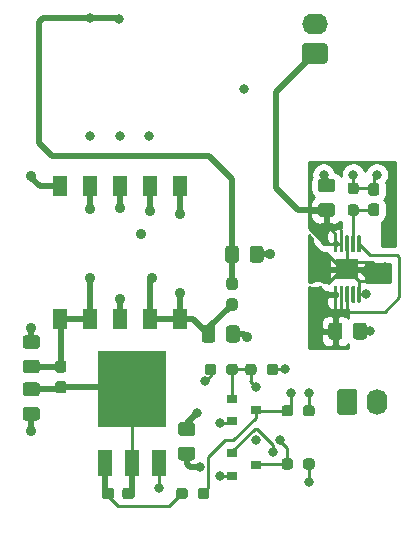
<source format=gbr>
%TF.GenerationSoftware,KiCad,Pcbnew,5.1.10-8.fc35*%
%TF.CreationDate,2021-11-18T10:19:23+00:00*%
%TF.ProjectId,cryosub_power_converter_top_v02,6372796f-7375-4625-9f70-6f7765725f63,rev?*%
%TF.SameCoordinates,Original*%
%TF.FileFunction,Copper,L1,Top*%
%TF.FilePolarity,Positive*%
%FSLAX45Y45*%
G04 Gerber Fmt 4.5, Leading zero omitted, Abs format (unit mm)*
G04 Created by KiCad (PCBNEW 5.1.10-8.fc35) date 2021-11-18 10:19:23*
%MOMM*%
%LPD*%
G01*
G04 APERTURE LIST*
%TA.AperFunction,ComponentPad*%
%ADD10O,1.740000X2.190000*%
%TD*%
%TA.AperFunction,SMDPad,CuDef*%
%ADD11R,1.200000X1.800000*%
%TD*%
%TA.AperFunction,ComponentPad*%
%ADD12O,2.190000X1.740000*%
%TD*%
%TA.AperFunction,SMDPad,CuDef*%
%ADD13R,0.900000X0.800000*%
%TD*%
%TA.AperFunction,SMDPad,CuDef*%
%ADD14R,1.200000X2.200000*%
%TD*%
%TA.AperFunction,SMDPad,CuDef*%
%ADD15R,5.800000X6.400000*%
%TD*%
%TA.AperFunction,SMDPad,CuDef*%
%ADD16R,1.880000X1.680000*%
%TD*%
%TA.AperFunction,ViaPad*%
%ADD17C,0.800000*%
%TD*%
%TA.AperFunction,ViaPad*%
%ADD18C,0.900000*%
%TD*%
%TA.AperFunction,Conductor*%
%ADD19C,0.250000*%
%TD*%
%TA.AperFunction,Conductor*%
%ADD20C,0.500000*%
%TD*%
%TA.AperFunction,Conductor*%
%ADD21C,0.254000*%
%TD*%
%TA.AperFunction,Conductor*%
%ADD22C,0.100000*%
%TD*%
G04 APERTURE END LIST*
D10*
%TO.P,J1,2*%
%TO.N,GND*%
X13129000Y-13550000D03*
%TO.P,J1,1*%
%TO.N,VDC*%
%TA.AperFunction,ComponentPad*%
G36*
G01*
X12788000Y-13634500D02*
X12788000Y-13465500D01*
G75*
G02*
X12813000Y-13440500I25000J0D01*
G01*
X12937000Y-13440500D01*
G75*
G02*
X12962000Y-13465500I0J-25000D01*
G01*
X12962000Y-13634500D01*
G75*
G02*
X12937000Y-13659500I-25000J0D01*
G01*
X12813000Y-13659500D01*
G75*
G02*
X12788000Y-13634500I0J25000D01*
G01*
G37*
%TD.AperFunction*%
%TD*%
%TO.P,L2,2*%
%TO.N,Net-(C8-Pad1)*%
%TA.AperFunction,SMDPad,CuDef*%
G36*
G01*
X11876250Y-12672500D02*
X11923750Y-12672500D01*
G75*
G02*
X11947500Y-12696250I0J-23750D01*
G01*
X11947500Y-12753750D01*
G75*
G02*
X11923750Y-12777500I-23750J0D01*
G01*
X11876250Y-12777500D01*
G75*
G02*
X11852500Y-12753750I0J23750D01*
G01*
X11852500Y-12696250D01*
G75*
G02*
X11876250Y-12672500I23750J0D01*
G01*
G37*
%TD.AperFunction*%
%TO.P,L2,1*%
%TO.N,/dc_dc/vout*%
%TA.AperFunction,SMDPad,CuDef*%
G36*
G01*
X11876250Y-12497500D02*
X11923750Y-12497500D01*
G75*
G02*
X11947500Y-12521250I0J-23750D01*
G01*
X11947500Y-12578750D01*
G75*
G02*
X11923750Y-12602500I-23750J0D01*
G01*
X11876250Y-12602500D01*
G75*
G02*
X11852500Y-12578750I0J23750D01*
G01*
X11852500Y-12521250D01*
G75*
G02*
X11876250Y-12497500I23750J0D01*
G01*
G37*
%TD.AperFunction*%
%TD*%
%TO.P,L1,2*%
%TO.N,/vload*%
%TA.AperFunction,SMDPad,CuDef*%
G36*
G01*
X10426250Y-13372500D02*
X10473750Y-13372500D01*
G75*
G02*
X10497500Y-13396250I0J-23750D01*
G01*
X10497500Y-13453750D01*
G75*
G02*
X10473750Y-13477500I-23750J0D01*
G01*
X10426250Y-13477500D01*
G75*
G02*
X10402500Y-13453750I0J23750D01*
G01*
X10402500Y-13396250D01*
G75*
G02*
X10426250Y-13372500I23750J0D01*
G01*
G37*
%TD.AperFunction*%
%TO.P,L1,1*%
%TO.N,Net-(C7-Pad1)*%
%TA.AperFunction,SMDPad,CuDef*%
G36*
G01*
X10426250Y-13197500D02*
X10473750Y-13197500D01*
G75*
G02*
X10497500Y-13221250I0J-23750D01*
G01*
X10497500Y-13278750D01*
G75*
G02*
X10473750Y-13302500I-23750J0D01*
G01*
X10426250Y-13302500D01*
G75*
G02*
X10402500Y-13278750I0J23750D01*
G01*
X10402500Y-13221250D01*
G75*
G02*
X10426250Y-13197500I23750J0D01*
G01*
G37*
%TD.AperFunction*%
%TD*%
%TO.P,C9,2*%
%TO.N,GND*%
%TA.AperFunction,SMDPad,CuDef*%
G36*
G01*
X12048750Y-12347500D02*
X12048750Y-12252500D01*
G75*
G02*
X12073750Y-12227500I25000J0D01*
G01*
X12141250Y-12227500D01*
G75*
G02*
X12166250Y-12252500I0J-25000D01*
G01*
X12166250Y-12347500D01*
G75*
G02*
X12141250Y-12372500I-25000J0D01*
G01*
X12073750Y-12372500D01*
G75*
G02*
X12048750Y-12347500I0J25000D01*
G01*
G37*
%TD.AperFunction*%
%TO.P,C9,1*%
%TO.N,/dc_dc/vout*%
%TA.AperFunction,SMDPad,CuDef*%
G36*
G01*
X11841250Y-12347500D02*
X11841250Y-12252500D01*
G75*
G02*
X11866250Y-12227500I25000J0D01*
G01*
X11933750Y-12227500D01*
G75*
G02*
X11958750Y-12252500I0J-25000D01*
G01*
X11958750Y-12347500D01*
G75*
G02*
X11933750Y-12372500I-25000J0D01*
G01*
X11866250Y-12372500D01*
G75*
G02*
X11841250Y-12347500I0J25000D01*
G01*
G37*
%TD.AperFunction*%
%TD*%
%TO.P,C8,2*%
%TO.N,GND*%
%TA.AperFunction,SMDPad,CuDef*%
G36*
G01*
X11848750Y-13022500D02*
X11848750Y-12927500D01*
G75*
G02*
X11873750Y-12902500I25000J0D01*
G01*
X11941250Y-12902500D01*
G75*
G02*
X11966250Y-12927500I0J-25000D01*
G01*
X11966250Y-13022500D01*
G75*
G02*
X11941250Y-13047500I-25000J0D01*
G01*
X11873750Y-13047500D01*
G75*
G02*
X11848750Y-13022500I0J25000D01*
G01*
G37*
%TD.AperFunction*%
%TO.P,C8,1*%
%TO.N,Net-(C8-Pad1)*%
%TA.AperFunction,SMDPad,CuDef*%
G36*
G01*
X11641250Y-13022500D02*
X11641250Y-12927500D01*
G75*
G02*
X11666250Y-12902500I25000J0D01*
G01*
X11733750Y-12902500D01*
G75*
G02*
X11758750Y-12927500I0J-25000D01*
G01*
X11758750Y-13022500D01*
G75*
G02*
X11733750Y-13047500I-25000J0D01*
G01*
X11666250Y-13047500D01*
G75*
G02*
X11641250Y-13022500I0J25000D01*
G01*
G37*
%TD.AperFunction*%
%TD*%
%TO.P,C7,2*%
%TO.N,GND*%
%TA.AperFunction,SMDPad,CuDef*%
G36*
G01*
X10247500Y-13101250D02*
X10152500Y-13101250D01*
G75*
G02*
X10127500Y-13076250I0J25000D01*
G01*
X10127500Y-13008750D01*
G75*
G02*
X10152500Y-12983750I25000J0D01*
G01*
X10247500Y-12983750D01*
G75*
G02*
X10272500Y-13008750I0J-25000D01*
G01*
X10272500Y-13076250D01*
G75*
G02*
X10247500Y-13101250I-25000J0D01*
G01*
G37*
%TD.AperFunction*%
%TO.P,C7,1*%
%TO.N,Net-(C7-Pad1)*%
%TA.AperFunction,SMDPad,CuDef*%
G36*
G01*
X10247500Y-13308750D02*
X10152500Y-13308750D01*
G75*
G02*
X10127500Y-13283750I0J25000D01*
G01*
X10127500Y-13216250D01*
G75*
G02*
X10152500Y-13191250I25000J0D01*
G01*
X10247500Y-13191250D01*
G75*
G02*
X10272500Y-13216250I0J-25000D01*
G01*
X10272500Y-13283750D01*
G75*
G02*
X10247500Y-13308750I-25000J0D01*
G01*
G37*
%TD.AperFunction*%
%TD*%
D11*
%TO.P,PS1,10*%
%TO.N,Net-(PS1-Pad10)*%
X10442000Y-11725000D03*
%TO.P,PS1,9*%
%TO.N,GND*%
X10696000Y-11725000D03*
%TO.P,PS1,8*%
X10950000Y-11725000D03*
%TO.P,PS1,7*%
X11204000Y-11725000D03*
%TO.P,PS1,6*%
%TO.N,Net-(PS1-Pad6)*%
X11458000Y-11725000D03*
%TO.P,PS1,5*%
%TO.N,Net-(C8-Pad1)*%
X11458000Y-12845000D03*
%TO.P,PS1,4*%
X11204000Y-12845000D03*
%TO.P,PS1,2*%
%TO.N,Net-(C7-Pad1)*%
X10696000Y-12845000D03*
%TO.P,PS1,1*%
X10442000Y-12845000D03*
%TO.P,PS1,3*%
%TO.N,GND*%
X10950000Y-12845000D03*
%TD*%
%TO.P,C6,2*%
%TO.N,GND*%
%TA.AperFunction,SMDPad,CuDef*%
G36*
G01*
X12923750Y-12997500D02*
X12923750Y-12902500D01*
G75*
G02*
X12948750Y-12877500I25000J0D01*
G01*
X13016250Y-12877500D01*
G75*
G02*
X13041250Y-12902500I0J-25000D01*
G01*
X13041250Y-12997500D01*
G75*
G02*
X13016250Y-13022500I-25000J0D01*
G01*
X12948750Y-13022500D01*
G75*
G02*
X12923750Y-12997500I0J25000D01*
G01*
G37*
%TD.AperFunction*%
%TO.P,C6,1*%
%TO.N,VDC*%
%TA.AperFunction,SMDPad,CuDef*%
G36*
G01*
X12716250Y-12997500D02*
X12716250Y-12902500D01*
G75*
G02*
X12741250Y-12877500I25000J0D01*
G01*
X12808750Y-12877500D01*
G75*
G02*
X12833750Y-12902500I0J-25000D01*
G01*
X12833750Y-12997500D01*
G75*
G02*
X12808750Y-13022500I-25000J0D01*
G01*
X12741250Y-13022500D01*
G75*
G02*
X12716250Y-12997500I0J25000D01*
G01*
G37*
%TD.AperFunction*%
%TD*%
%TO.P,R10,2*%
%TO.N,GND*%
%TA.AperFunction,SMDPad,CuDef*%
G36*
G01*
X12948750Y-11791250D02*
X12901250Y-11791250D01*
G75*
G02*
X12877500Y-11767500I0J23750D01*
G01*
X12877500Y-11717500D01*
G75*
G02*
X12901250Y-11693750I23750J0D01*
G01*
X12948750Y-11693750D01*
G75*
G02*
X12972500Y-11717500I0J-23750D01*
G01*
X12972500Y-11767500D01*
G75*
G02*
X12948750Y-11791250I-23750J0D01*
G01*
G37*
%TD.AperFunction*%
%TO.P,R10,1*%
%TO.N,Net-(C4-Pad1)*%
%TA.AperFunction,SMDPad,CuDef*%
G36*
G01*
X12948750Y-11973750D02*
X12901250Y-11973750D01*
G75*
G02*
X12877500Y-11950000I0J23750D01*
G01*
X12877500Y-11900000D01*
G75*
G02*
X12901250Y-11876250I23750J0D01*
G01*
X12948750Y-11876250D01*
G75*
G02*
X12972500Y-11900000I0J-23750D01*
G01*
X12972500Y-11950000D01*
G75*
G02*
X12948750Y-11973750I-23750J0D01*
G01*
G37*
%TD.AperFunction*%
%TD*%
%TO.P,C5,2*%
%TO.N,GND*%
%TA.AperFunction,SMDPad,CuDef*%
G36*
G01*
X12747500Y-11776250D02*
X12652500Y-11776250D01*
G75*
G02*
X12627500Y-11751250I0J25000D01*
G01*
X12627500Y-11683750D01*
G75*
G02*
X12652500Y-11658750I25000J0D01*
G01*
X12747500Y-11658750D01*
G75*
G02*
X12772500Y-11683750I0J-25000D01*
G01*
X12772500Y-11751250D01*
G75*
G02*
X12747500Y-11776250I-25000J0D01*
G01*
G37*
%TD.AperFunction*%
%TO.P,C5,1*%
%TO.N,/p5v_out*%
%TA.AperFunction,SMDPad,CuDef*%
G36*
G01*
X12747500Y-11983750D02*
X12652500Y-11983750D01*
G75*
G02*
X12627500Y-11958750I0J25000D01*
G01*
X12627500Y-11891250D01*
G75*
G02*
X12652500Y-11866250I25000J0D01*
G01*
X12747500Y-11866250D01*
G75*
G02*
X12772500Y-11891250I0J-25000D01*
G01*
X12772500Y-11958750D01*
G75*
G02*
X12747500Y-11983750I-25000J0D01*
G01*
G37*
%TD.AperFunction*%
%TD*%
%TO.P,C4,2*%
%TO.N,GND*%
%TA.AperFunction,SMDPad,CuDef*%
G36*
G01*
X13123750Y-11803750D02*
X13076250Y-11803750D01*
G75*
G02*
X13052500Y-11780000I0J23750D01*
G01*
X13052500Y-11720000D01*
G75*
G02*
X13076250Y-11696250I23750J0D01*
G01*
X13123750Y-11696250D01*
G75*
G02*
X13147500Y-11720000I0J-23750D01*
G01*
X13147500Y-11780000D01*
G75*
G02*
X13123750Y-11803750I-23750J0D01*
G01*
G37*
%TD.AperFunction*%
%TO.P,C4,1*%
%TO.N,Net-(C4-Pad1)*%
%TA.AperFunction,SMDPad,CuDef*%
G36*
G01*
X13123750Y-11976250D02*
X13076250Y-11976250D01*
G75*
G02*
X13052500Y-11952500I0J23750D01*
G01*
X13052500Y-11892500D01*
G75*
G02*
X13076250Y-11868750I23750J0D01*
G01*
X13123750Y-11868750D01*
G75*
G02*
X13147500Y-11892500I0J-23750D01*
G01*
X13147500Y-11952500D01*
G75*
G02*
X13123750Y-11976250I-23750J0D01*
G01*
G37*
%TD.AperFunction*%
%TD*%
D12*
%TO.P,J3,2*%
%TO.N,GND*%
X12600000Y-10346000D03*
%TO.P,J3,1*%
%TO.N,/p5v_out*%
%TA.AperFunction,ComponentPad*%
G36*
G01*
X12684500Y-10687000D02*
X12515500Y-10687000D01*
G75*
G02*
X12490500Y-10662000I0J25000D01*
G01*
X12490500Y-10538000D01*
G75*
G02*
X12515500Y-10513000I25000J0D01*
G01*
X12684500Y-10513000D01*
G75*
G02*
X12709500Y-10538000I0J-25000D01*
G01*
X12709500Y-10662000D01*
G75*
G02*
X12684500Y-10687000I-25000J0D01*
G01*
G37*
%TD.AperFunction*%
%TD*%
%TO.P,C1,2*%
%TO.N,GND*%
%TA.AperFunction,SMDPad,CuDef*%
G36*
G01*
X11562500Y-13838750D02*
X11467500Y-13838750D01*
G75*
G02*
X11442500Y-13813750I0J25000D01*
G01*
X11442500Y-13746250D01*
G75*
G02*
X11467500Y-13721250I25000J0D01*
G01*
X11562500Y-13721250D01*
G75*
G02*
X11587500Y-13746250I0J-25000D01*
G01*
X11587500Y-13813750D01*
G75*
G02*
X11562500Y-13838750I-25000J0D01*
G01*
G37*
%TD.AperFunction*%
%TO.P,C1,1*%
%TO.N,VDC*%
%TA.AperFunction,SMDPad,CuDef*%
G36*
G01*
X11562500Y-14046250D02*
X11467500Y-14046250D01*
G75*
G02*
X11442500Y-14021250I0J25000D01*
G01*
X11442500Y-13953750D01*
G75*
G02*
X11467500Y-13928750I25000J0D01*
G01*
X11562500Y-13928750D01*
G75*
G02*
X11587500Y-13953750I0J-25000D01*
G01*
X11587500Y-14021250D01*
G75*
G02*
X11562500Y-14046250I-25000J0D01*
G01*
G37*
%TD.AperFunction*%
%TD*%
%TO.P,C2,1*%
%TO.N,/vload*%
%TA.AperFunction,SMDPad,CuDef*%
G36*
G01*
X11076250Y-14301250D02*
X11076250Y-14348750D01*
G75*
G02*
X11052500Y-14372500I-23750J0D01*
G01*
X10992500Y-14372500D01*
G75*
G02*
X10968750Y-14348750I0J23750D01*
G01*
X10968750Y-14301250D01*
G75*
G02*
X10992500Y-14277500I23750J0D01*
G01*
X11052500Y-14277500D01*
G75*
G02*
X11076250Y-14301250I0J-23750D01*
G01*
G37*
%TD.AperFunction*%
%TO.P,C2,2*%
%TO.N,Net-(C2-Pad2)*%
%TA.AperFunction,SMDPad,CuDef*%
G36*
G01*
X10903750Y-14301250D02*
X10903750Y-14348750D01*
G75*
G02*
X10880000Y-14372500I-23750J0D01*
G01*
X10820000Y-14372500D01*
G75*
G02*
X10796250Y-14348750I0J23750D01*
G01*
X10796250Y-14301250D01*
G75*
G02*
X10820000Y-14277500I23750J0D01*
G01*
X10880000Y-14277500D01*
G75*
G02*
X10903750Y-14301250I0J-23750D01*
G01*
G37*
%TD.AperFunction*%
%TD*%
%TO.P,C3,1*%
%TO.N,/vload*%
%TA.AperFunction,SMDPad,CuDef*%
G36*
G01*
X10152500Y-13383750D02*
X10247500Y-13383750D01*
G75*
G02*
X10272500Y-13408750I0J-25000D01*
G01*
X10272500Y-13476250D01*
G75*
G02*
X10247500Y-13501250I-25000J0D01*
G01*
X10152500Y-13501250D01*
G75*
G02*
X10127500Y-13476250I0J25000D01*
G01*
X10127500Y-13408750D01*
G75*
G02*
X10152500Y-13383750I25000J0D01*
G01*
G37*
%TD.AperFunction*%
%TO.P,C3,2*%
%TO.N,GND*%
%TA.AperFunction,SMDPad,CuDef*%
G36*
G01*
X10152500Y-13591250D02*
X10247500Y-13591250D01*
G75*
G02*
X10272500Y-13616250I0J-25000D01*
G01*
X10272500Y-13683750D01*
G75*
G02*
X10247500Y-13708750I-25000J0D01*
G01*
X10152500Y-13708750D01*
G75*
G02*
X10127500Y-13683750I0J25000D01*
G01*
X10127500Y-13616250D01*
G75*
G02*
X10152500Y-13591250I25000J0D01*
G01*
G37*
%TD.AperFunction*%
%TD*%
D13*
%TO.P,Q1,3*%
%TO.N,/On When Warm/VD1*%
X12100000Y-13620000D03*
%TO.P,Q1,2*%
%TO.N,/On When Warm/vs*%
X11900000Y-13715000D03*
%TO.P,Q1,1*%
%TO.N,/On When Warm/vg1*%
X11900000Y-13525000D03*
%TD*%
%TO.P,Q2,1*%
%TO.N,/thermistor*%
X11900000Y-13985000D03*
%TO.P,Q2,2*%
%TO.N,/On When Warm/vs*%
X11900000Y-14175000D03*
%TO.P,Q2,3*%
%TO.N,/On When Warm/vd2*%
X12100000Y-14080000D03*
%TD*%
D14*
%TO.P,Q3,1*%
%TO.N,Net-(C2-Pad2)*%
X10822000Y-14070000D03*
%TO.P,Q3,2*%
%TO.N,/vload*%
X11050000Y-14070000D03*
%TO.P,Q3,3*%
%TO.N,VDC*%
X11278000Y-14070000D03*
D15*
%TO.P,Q3,2*%
%TO.N,/vload*%
X11050000Y-13440000D03*
%TD*%
%TO.P,R1,1*%
%TO.N,VDC*%
%TA.AperFunction,SMDPad,CuDef*%
G36*
G01*
X11668750Y-13298750D02*
X11668750Y-13251250D01*
G75*
G02*
X11692500Y-13227500I23750J0D01*
G01*
X11742500Y-13227500D01*
G75*
G02*
X11766250Y-13251250I0J-23750D01*
G01*
X11766250Y-13298750D01*
G75*
G02*
X11742500Y-13322500I-23750J0D01*
G01*
X11692500Y-13322500D01*
G75*
G02*
X11668750Y-13298750I0J23750D01*
G01*
G37*
%TD.AperFunction*%
%TO.P,R1,2*%
%TO.N,/On When Warm/vg1*%
%TA.AperFunction,SMDPad,CuDef*%
G36*
G01*
X11851250Y-13298750D02*
X11851250Y-13251250D01*
G75*
G02*
X11875000Y-13227500I23750J0D01*
G01*
X11925000Y-13227500D01*
G75*
G02*
X11948750Y-13251250I0J-23750D01*
G01*
X11948750Y-13298750D01*
G75*
G02*
X11925000Y-13322500I-23750J0D01*
G01*
X11875000Y-13322500D01*
G75*
G02*
X11851250Y-13298750I0J23750D01*
G01*
G37*
%TD.AperFunction*%
%TD*%
%TO.P,R2,2*%
%TO.N,GND*%
%TA.AperFunction,SMDPad,CuDef*%
G36*
G01*
X12192500Y-13298750D02*
X12192500Y-13251250D01*
G75*
G02*
X12216250Y-13227500I23750J0D01*
G01*
X12266250Y-13227500D01*
G75*
G02*
X12290000Y-13251250I0J-23750D01*
G01*
X12290000Y-13298750D01*
G75*
G02*
X12266250Y-13322500I-23750J0D01*
G01*
X12216250Y-13322500D01*
G75*
G02*
X12192500Y-13298750I0J23750D01*
G01*
G37*
%TD.AperFunction*%
%TO.P,R2,1*%
%TO.N,/On When Warm/vg1*%
%TA.AperFunction,SMDPad,CuDef*%
G36*
G01*
X12010000Y-13298750D02*
X12010000Y-13251250D01*
G75*
G02*
X12033750Y-13227500I23750J0D01*
G01*
X12083750Y-13227500D01*
G75*
G02*
X12107500Y-13251250I0J-23750D01*
G01*
X12107500Y-13298750D01*
G75*
G02*
X12083750Y-13322500I-23750J0D01*
G01*
X12033750Y-13322500D01*
G75*
G02*
X12010000Y-13298750I0J23750D01*
G01*
G37*
%TD.AperFunction*%
%TD*%
%TO.P,R3,1*%
%TO.N,VDC*%
%TA.AperFunction,SMDPad,CuDef*%
G36*
G01*
X12598750Y-13601250D02*
X12598750Y-13648750D01*
G75*
G02*
X12575000Y-13672500I-23750J0D01*
G01*
X12525000Y-13672500D01*
G75*
G02*
X12501250Y-13648750I0J23750D01*
G01*
X12501250Y-13601250D01*
G75*
G02*
X12525000Y-13577500I23750J0D01*
G01*
X12575000Y-13577500D01*
G75*
G02*
X12598750Y-13601250I0J-23750D01*
G01*
G37*
%TD.AperFunction*%
%TO.P,R3,2*%
%TO.N,/On When Warm/VD1*%
%TA.AperFunction,SMDPad,CuDef*%
G36*
G01*
X12416250Y-13601250D02*
X12416250Y-13648750D01*
G75*
G02*
X12392500Y-13672500I-23750J0D01*
G01*
X12342500Y-13672500D01*
G75*
G02*
X12318750Y-13648750I0J23750D01*
G01*
X12318750Y-13601250D01*
G75*
G02*
X12342500Y-13577500I23750J0D01*
G01*
X12392500Y-13577500D01*
G75*
G02*
X12416250Y-13601250I0J-23750D01*
G01*
G37*
%TD.AperFunction*%
%TD*%
%TO.P,R7,1*%
%TO.N,VDC*%
%TA.AperFunction,SMDPad,CuDef*%
G36*
G01*
X12598750Y-14051250D02*
X12598750Y-14098750D01*
G75*
G02*
X12575000Y-14122500I-23750J0D01*
G01*
X12525000Y-14122500D01*
G75*
G02*
X12501250Y-14098750I0J23750D01*
G01*
X12501250Y-14051250D01*
G75*
G02*
X12525000Y-14027500I23750J0D01*
G01*
X12575000Y-14027500D01*
G75*
G02*
X12598750Y-14051250I0J-23750D01*
G01*
G37*
%TD.AperFunction*%
%TO.P,R7,2*%
%TO.N,/On When Warm/vd2*%
%TA.AperFunction,SMDPad,CuDef*%
G36*
G01*
X12416250Y-14051250D02*
X12416250Y-14098750D01*
G75*
G02*
X12392500Y-14122500I-23750J0D01*
G01*
X12342500Y-14122500D01*
G75*
G02*
X12318750Y-14098750I0J23750D01*
G01*
X12318750Y-14051250D01*
G75*
G02*
X12342500Y-14027500I23750J0D01*
G01*
X12392500Y-14027500D01*
G75*
G02*
X12416250Y-14051250I0J-23750D01*
G01*
G37*
%TD.AperFunction*%
%TD*%
%TO.P,R9,1*%
%TO.N,Net-(C2-Pad2)*%
%TA.AperFunction,SMDPad,CuDef*%
G36*
G01*
X11426250Y-14348750D02*
X11426250Y-14301250D01*
G75*
G02*
X11450000Y-14277500I23750J0D01*
G01*
X11500000Y-14277500D01*
G75*
G02*
X11523750Y-14301250I0J-23750D01*
G01*
X11523750Y-14348750D01*
G75*
G02*
X11500000Y-14372500I-23750J0D01*
G01*
X11450000Y-14372500D01*
G75*
G02*
X11426250Y-14348750I0J23750D01*
G01*
G37*
%TD.AperFunction*%
%TO.P,R9,2*%
%TO.N,/On When Warm/VD1*%
%TA.AperFunction,SMDPad,CuDef*%
G36*
G01*
X11608750Y-14348750D02*
X11608750Y-14301250D01*
G75*
G02*
X11632500Y-14277500I23750J0D01*
G01*
X11682500Y-14277500D01*
G75*
G02*
X11706250Y-14301250I0J-23750D01*
G01*
X11706250Y-14348750D01*
G75*
G02*
X11682500Y-14372500I-23750J0D01*
G01*
X11632500Y-14372500D01*
G75*
G02*
X11608750Y-14348750I0J23750D01*
G01*
G37*
%TD.AperFunction*%
%TD*%
%TO.P,U1,1*%
%TO.N,VDC*%
%TA.AperFunction,SMDPad,CuDef*%
G36*
G01*
X12782500Y-12712500D02*
X12767500Y-12712500D01*
G75*
G02*
X12760000Y-12705000I0J7500D01*
G01*
X12760000Y-12575000D01*
G75*
G02*
X12767500Y-12567500I7500J0D01*
G01*
X12782500Y-12567500D01*
G75*
G02*
X12790000Y-12575000I0J-7500D01*
G01*
X12790000Y-12705000D01*
G75*
G02*
X12782500Y-12712500I-7500J0D01*
G01*
G37*
%TD.AperFunction*%
%TO.P,U1,2*%
%TA.AperFunction,SMDPad,CuDef*%
G36*
G01*
X12832500Y-12712500D02*
X12817500Y-12712500D01*
G75*
G02*
X12810000Y-12705000I0J7500D01*
G01*
X12810000Y-12575000D01*
G75*
G02*
X12817500Y-12567500I7500J0D01*
G01*
X12832500Y-12567500D01*
G75*
G02*
X12840000Y-12575000I0J-7500D01*
G01*
X12840000Y-12705000D01*
G75*
G02*
X12832500Y-12712500I-7500J0D01*
G01*
G37*
%TD.AperFunction*%
%TO.P,U1,3*%
%TA.AperFunction,SMDPad,CuDef*%
G36*
G01*
X12882500Y-12712500D02*
X12867500Y-12712500D01*
G75*
G02*
X12860000Y-12705000I0J7500D01*
G01*
X12860000Y-12575000D01*
G75*
G02*
X12867500Y-12567500I7500J0D01*
G01*
X12882500Y-12567500D01*
G75*
G02*
X12890000Y-12575000I0J-7500D01*
G01*
X12890000Y-12705000D01*
G75*
G02*
X12882500Y-12712500I-7500J0D01*
G01*
G37*
%TD.AperFunction*%
%TO.P,U1,4*%
%TO.N,Net-(U1-Pad4)*%
%TA.AperFunction,SMDPad,CuDef*%
G36*
G01*
X12932500Y-12712500D02*
X12917500Y-12712500D01*
G75*
G02*
X12910000Y-12705000I0J7500D01*
G01*
X12910000Y-12575000D01*
G75*
G02*
X12917500Y-12567500I7500J0D01*
G01*
X12932500Y-12567500D01*
G75*
G02*
X12940000Y-12575000I0J-7500D01*
G01*
X12940000Y-12705000D01*
G75*
G02*
X12932500Y-12712500I-7500J0D01*
G01*
G37*
%TD.AperFunction*%
%TO.P,U1,5*%
%TO.N,GND*%
%TA.AperFunction,SMDPad,CuDef*%
G36*
G01*
X12982500Y-12712500D02*
X12967500Y-12712500D01*
G75*
G02*
X12960000Y-12705000I0J7500D01*
G01*
X12960000Y-12575000D01*
G75*
G02*
X12967500Y-12567500I7500J0D01*
G01*
X12982500Y-12567500D01*
G75*
G02*
X12990000Y-12575000I0J-7500D01*
G01*
X12990000Y-12705000D01*
G75*
G02*
X12982500Y-12712500I-7500J0D01*
G01*
G37*
%TD.AperFunction*%
%TO.P,U1,6*%
%TO.N,VDC*%
%TA.AperFunction,SMDPad,CuDef*%
G36*
G01*
X12982500Y-12282500D02*
X12967500Y-12282500D01*
G75*
G02*
X12960000Y-12275000I0J7500D01*
G01*
X12960000Y-12145000D01*
G75*
G02*
X12967500Y-12137500I7500J0D01*
G01*
X12982500Y-12137500D01*
G75*
G02*
X12990000Y-12145000I0J-7500D01*
G01*
X12990000Y-12275000D01*
G75*
G02*
X12982500Y-12282500I-7500J0D01*
G01*
G37*
%TD.AperFunction*%
%TO.P,U1,7*%
%TO.N,Net-(C4-Pad1)*%
%TA.AperFunction,SMDPad,CuDef*%
G36*
G01*
X12932500Y-12282500D02*
X12917500Y-12282500D01*
G75*
G02*
X12910000Y-12275000I0J7500D01*
G01*
X12910000Y-12145000D01*
G75*
G02*
X12917500Y-12137500I7500J0D01*
G01*
X12932500Y-12137500D01*
G75*
G02*
X12940000Y-12145000I0J-7500D01*
G01*
X12940000Y-12275000D01*
G75*
G02*
X12932500Y-12282500I-7500J0D01*
G01*
G37*
%TD.AperFunction*%
%TO.P,U1,8*%
%TO.N,GND*%
%TA.AperFunction,SMDPad,CuDef*%
G36*
G01*
X12882500Y-12282500D02*
X12867500Y-12282500D01*
G75*
G02*
X12860000Y-12275000I0J7500D01*
G01*
X12860000Y-12145000D01*
G75*
G02*
X12867500Y-12137500I7500J0D01*
G01*
X12882500Y-12137500D01*
G75*
G02*
X12890000Y-12145000I0J-7500D01*
G01*
X12890000Y-12275000D01*
G75*
G02*
X12882500Y-12282500I-7500J0D01*
G01*
G37*
%TD.AperFunction*%
%TO.P,U1,9*%
%TO.N,/p5v_out*%
%TA.AperFunction,SMDPad,CuDef*%
G36*
G01*
X12832500Y-12282500D02*
X12817500Y-12282500D01*
G75*
G02*
X12810000Y-12275000I0J7500D01*
G01*
X12810000Y-12145000D01*
G75*
G02*
X12817500Y-12137500I7500J0D01*
G01*
X12832500Y-12137500D01*
G75*
G02*
X12840000Y-12145000I0J-7500D01*
G01*
X12840000Y-12275000D01*
G75*
G02*
X12832500Y-12282500I-7500J0D01*
G01*
G37*
%TD.AperFunction*%
%TO.P,U1,10*%
%TA.AperFunction,SMDPad,CuDef*%
G36*
G01*
X12782500Y-12282500D02*
X12767500Y-12282500D01*
G75*
G02*
X12760000Y-12275000I0J7500D01*
G01*
X12760000Y-12145000D01*
G75*
G02*
X12767500Y-12137500I7500J0D01*
G01*
X12782500Y-12137500D01*
G75*
G02*
X12790000Y-12145000I0J-7500D01*
G01*
X12790000Y-12275000D01*
G75*
G02*
X12782500Y-12282500I-7500J0D01*
G01*
G37*
%TD.AperFunction*%
D16*
%TO.P,U1,11*%
%TO.N,GND*%
X12875000Y-12425000D03*
%TD*%
D17*
%TO.N,GND*%
X12595000Y-12285000D03*
X12675000Y-12405000D03*
X12595000Y-12485000D03*
X13095259Y-12437500D03*
X13195000Y-12405000D03*
X13195000Y-12505000D03*
X10700000Y-11300000D03*
X10950000Y-11300000D03*
X11200000Y-11300000D03*
X12350000Y-13275000D03*
X12100000Y-13875000D03*
X12925000Y-11625000D03*
X13125000Y-11625000D03*
X12675000Y-11625000D03*
X13030000Y-12640000D03*
X13070000Y-12950000D03*
D18*
X10200000Y-13800000D03*
X10200000Y-12925000D03*
X10950000Y-12675000D03*
X12025000Y-13000000D03*
X12225000Y-12300000D03*
X10696000Y-11919000D03*
X10950000Y-11910000D03*
X11204000Y-11934000D03*
X11130000Y-12130000D03*
D17*
X11600000Y-13645000D03*
%TO.N,/On When Warm/VD1*%
X12400000Y-13475000D03*
%TO.N,/On When Warm/vs*%
X11800000Y-13725000D03*
X11800000Y-14175000D03*
%TO.N,/On When Warm/vg1*%
X12100000Y-13425000D03*
%TO.N,/thermistor*%
X12250000Y-13975000D03*
%TO.N,/On When Warm/vd2*%
X12305132Y-13870617D03*
%TO.N,VDC*%
X12595000Y-12665000D03*
X12595000Y-12825000D03*
X12595000Y-13005000D03*
X12000000Y-10900000D03*
X11278000Y-14278000D03*
X12550000Y-13475000D03*
X12550000Y-14225000D03*
X11625000Y-14100000D03*
X11674818Y-13368949D03*
%TO.N,/dc_dc/vout*%
X10946000Y-10304000D03*
X10700000Y-10300000D03*
D18*
%TO.N,Net-(PS1-Pad10)*%
X10195000Y-11640000D03*
%TO.N,Net-(PS1-Pad6)*%
X11460000Y-11960000D03*
%TO.N,Net-(C7-Pad1)*%
X10696000Y-12504000D03*
%TO.N,Net-(C8-Pad1)*%
X11225000Y-12500000D03*
X11455000Y-12630000D03*
%TD*%
D19*
%TO.N,/vload*%
X11050000Y-14070000D02*
X11050000Y-13440000D01*
D20*
X11050000Y-14297500D02*
X11022500Y-14325000D01*
X11050000Y-14070000D02*
X11050000Y-14297500D01*
X10432500Y-13442500D02*
X10450000Y-13425000D01*
X10200000Y-13442500D02*
X10432500Y-13442500D01*
X11035000Y-13425000D02*
X11050000Y-13440000D01*
X10450000Y-13425000D02*
X11035000Y-13425000D01*
%TO.N,Net-(C2-Pad2)*%
X10822000Y-14297000D02*
X10850000Y-14325000D01*
X10822000Y-14070000D02*
X10822000Y-14297000D01*
D19*
X10850000Y-14325000D02*
X10850000Y-14350000D01*
X10850000Y-14350000D02*
X10935000Y-14435000D01*
X11365000Y-14435000D02*
X11475000Y-14325000D01*
X10935000Y-14435000D02*
X11365000Y-14435000D01*
%TO.N,GND*%
X12241250Y-13275000D02*
X12350000Y-13275000D01*
X12925000Y-11742500D02*
X12925000Y-11625000D01*
X13100000Y-11750000D02*
X13100000Y-11650000D01*
X13100000Y-11650000D02*
X13125000Y-11625000D01*
X13092500Y-11742500D02*
X13100000Y-11750000D01*
X12925000Y-11742500D02*
X13092500Y-11742500D01*
X12700000Y-11650000D02*
X12675000Y-11625000D01*
X12700000Y-11717500D02*
X12700000Y-11650000D01*
X12875000Y-12210000D02*
X12875000Y-12425000D01*
X12972501Y-12602501D02*
X12972501Y-12522501D01*
X12975000Y-12605000D02*
X12972501Y-12602501D01*
X12975000Y-12640000D02*
X12975000Y-12605000D01*
X12875000Y-12425000D02*
X12835000Y-12385000D01*
X12875000Y-12425000D02*
X12915000Y-12385000D01*
X12875000Y-12425000D02*
X12915000Y-12465000D01*
X12972501Y-12522501D02*
X12915000Y-12465000D01*
X12875000Y-12425000D02*
X12835000Y-12465000D01*
X12975000Y-12640000D02*
X13030000Y-12640000D01*
X12982500Y-12950000D02*
X13070000Y-12950000D01*
X12835000Y-12425000D02*
X12695000Y-12285000D01*
X12835000Y-12425000D02*
X12715000Y-12545000D01*
X12835000Y-12425000D02*
X12875000Y-12425000D01*
X12972501Y-12522501D02*
X13072501Y-12522501D01*
X13072501Y-12522501D02*
X12975000Y-12425000D01*
X12875000Y-12425000D02*
X12895000Y-12425000D01*
X12895000Y-12425000D02*
X12955000Y-12365000D01*
X12955000Y-12365000D02*
X13055000Y-12365000D01*
X13055000Y-12365000D02*
X13095000Y-12365000D01*
D20*
X10200000Y-13650000D02*
X10200000Y-13800000D01*
X10200000Y-13042500D02*
X10200000Y-12925000D01*
X10950000Y-12845000D02*
X10950000Y-12675000D01*
X12000000Y-12975000D02*
X12025000Y-13000000D01*
X11907500Y-12975000D02*
X12000000Y-12975000D01*
X12107500Y-12300000D02*
X12225000Y-12300000D01*
X10696000Y-11725000D02*
X10696000Y-11919000D01*
X10950000Y-11725000D02*
X10950000Y-11910000D01*
X11204000Y-11725000D02*
X11204000Y-11934000D01*
X11515000Y-13730000D02*
X11600000Y-13645000D01*
X11515000Y-13780000D02*
X11515000Y-13730000D01*
D19*
%TO.N,/On When Warm/VD1*%
X12105000Y-13625000D02*
X12100000Y-13620000D01*
X12367500Y-13625000D02*
X12105000Y-13625000D01*
X12400000Y-13592500D02*
X12367500Y-13625000D01*
X12400000Y-13475000D02*
X12400000Y-13592500D01*
X11700000Y-14282500D02*
X11657500Y-14325000D01*
X11910000Y-13875000D02*
X11837300Y-13875000D01*
X11700000Y-14012300D02*
X11700000Y-14282500D01*
X11837300Y-13875000D02*
X11700000Y-14012300D01*
X12100000Y-13620000D02*
X12100000Y-13685000D01*
X12100000Y-13685000D02*
X11910000Y-13875000D01*
%TO.N,/On When Warm/vs*%
X11890000Y-13725000D02*
X11900000Y-13715000D01*
X11800000Y-13725000D02*
X11890000Y-13725000D01*
X11800000Y-14175000D02*
X11900000Y-14175000D01*
%TO.N,/On When Warm/vg1*%
X11900000Y-13275000D02*
X12058750Y-13275000D01*
X11900000Y-13275000D02*
X11900000Y-13525000D01*
X12100000Y-13425000D02*
X12050000Y-13375000D01*
X12058750Y-13366250D02*
X12058750Y-13275000D01*
X12050000Y-13375000D02*
X12058750Y-13366250D01*
%TO.N,/thermistor*%
X11900000Y-13967700D02*
X12092700Y-13775000D01*
X11900000Y-13985000D02*
X11900000Y-13967700D01*
X12107300Y-13775000D02*
X12250000Y-13917700D01*
X12092700Y-13775000D02*
X12107300Y-13775000D01*
X12250000Y-13917700D02*
X12250000Y-13975000D01*
%TO.N,/On When Warm/vd2*%
X12105000Y-14075000D02*
X12100000Y-14080000D01*
X12367500Y-14075000D02*
X12105000Y-14075000D01*
X12367500Y-14075000D02*
X12367500Y-13942500D01*
X12305132Y-13880132D02*
X12305132Y-13870617D01*
X12367500Y-13942500D02*
X12305132Y-13880132D01*
%TO.N,VDC*%
X11278000Y-14070000D02*
X11278000Y-14278000D01*
X12550000Y-13625000D02*
X12550000Y-13475000D01*
X12550000Y-14075000D02*
X12550000Y-14225000D01*
X12875000Y-12640000D02*
X12875000Y-12785000D01*
X12875000Y-12785000D02*
X12855000Y-12785000D01*
X12825000Y-12640000D02*
X12825000Y-12775000D01*
X12775000Y-12640000D02*
X12775000Y-12785000D01*
X12775000Y-12785000D02*
X12775000Y-12805000D01*
X12975000Y-12210000D02*
X13070000Y-12305000D01*
X13070000Y-12305000D02*
X13295000Y-12305000D01*
X13295000Y-12305000D02*
X13315000Y-12325000D01*
X13315000Y-12325000D02*
X13315000Y-12665000D01*
X13195000Y-12785000D02*
X12875000Y-12785000D01*
X13315000Y-12665000D02*
X13195000Y-12785000D01*
X12550000Y-14075000D02*
X12550000Y-14122500D01*
X12629800Y-12592500D02*
X12615000Y-12592500D01*
X11717500Y-13275000D02*
X11717500Y-13326267D01*
X11717500Y-13326267D02*
X11674818Y-13368949D01*
D20*
X11617500Y-14107500D02*
X11625000Y-14100000D01*
X11515000Y-13987500D02*
X11515000Y-14075000D01*
X11540000Y-14100000D02*
X11625000Y-14100000D01*
X11515000Y-14075000D02*
X11540000Y-14100000D01*
D19*
%TO.N,Net-(C4-Pad1)*%
X12925000Y-12210000D02*
X12925000Y-11925000D01*
X13097500Y-11925000D02*
X13100000Y-11922500D01*
X12925000Y-11925000D02*
X13097500Y-11925000D01*
%TO.N,/p5v_out*%
X12825000Y-12210000D02*
X12825000Y-12095000D01*
X12825000Y-12095000D02*
X12815000Y-12085000D01*
X12825000Y-12210000D02*
X12760000Y-12210000D01*
X12760000Y-12210000D02*
X12775000Y-12210000D01*
X12775000Y-12210000D02*
X12775000Y-12125000D01*
X12775000Y-12125000D02*
X12735000Y-12085000D01*
X12735000Y-12085000D02*
X12715000Y-12085000D01*
X12775000Y-12210000D02*
X12680000Y-12210000D01*
X12680000Y-12210000D02*
X12655000Y-12185000D01*
X12600000Y-10600000D02*
X12540000Y-10600000D01*
X12555000Y-11565000D02*
X12575000Y-11545000D01*
D20*
X12700000Y-11925000D02*
X12455000Y-11925000D01*
X12455000Y-11925000D02*
X12270000Y-11740000D01*
X12270000Y-11740000D02*
X12270000Y-10925000D01*
X12595000Y-10600000D02*
X12600000Y-10600000D01*
X12270000Y-10925000D02*
X12595000Y-10600000D01*
D19*
%TO.N,/dc_dc/vout*%
X10950000Y-10308000D02*
X10946000Y-10304000D01*
D20*
X11900000Y-12550000D02*
X11900000Y-12300000D01*
X11900000Y-12300000D02*
X11900000Y-11660000D01*
X11900000Y-11660000D02*
X11705000Y-11465000D01*
X11705000Y-11465000D02*
X10375000Y-11465000D01*
X10375000Y-11465000D02*
X10265000Y-11355000D01*
X10265000Y-11355000D02*
X10265000Y-10335000D01*
X10300000Y-10300000D02*
X10700000Y-10300000D01*
X10265000Y-10335000D02*
X10300000Y-10300000D01*
X10942000Y-10300000D02*
X10946000Y-10304000D01*
X10700000Y-10300000D02*
X10942000Y-10300000D01*
%TO.N,Net-(PS1-Pad10)*%
X10442000Y-11725000D02*
X10270000Y-11725000D01*
X10195000Y-11650000D02*
X10195000Y-11640000D01*
X10270000Y-11725000D02*
X10195000Y-11650000D01*
%TO.N,Net-(PS1-Pad6)*%
X11458000Y-11725000D02*
X11458000Y-11947000D01*
X11458000Y-11958000D02*
X11460000Y-11960000D01*
X11458000Y-11947000D02*
X11458000Y-11958000D01*
%TO.N,Net-(C7-Pad1)*%
X10200000Y-13250000D02*
X10450000Y-13250000D01*
X10450000Y-12853000D02*
X10442000Y-12845000D01*
X10450000Y-13250000D02*
X10450000Y-12853000D01*
X10442000Y-12845000D02*
X10696000Y-12845000D01*
X10696000Y-12845000D02*
X10696000Y-12504000D01*
%TO.N,Net-(C8-Pad1)*%
X11204000Y-12845000D02*
X11458000Y-12845000D01*
X11570000Y-12845000D02*
X11700000Y-12975000D01*
X11458000Y-12845000D02*
X11570000Y-12845000D01*
X11700000Y-12925000D02*
X11900000Y-12725000D01*
X11700000Y-12975000D02*
X11700000Y-12925000D01*
X11204000Y-12521000D02*
X11225000Y-12500000D01*
X11204000Y-12845000D02*
X11204000Y-12521000D01*
X11458000Y-12633000D02*
X11455000Y-12630000D01*
X11458000Y-12845000D02*
X11458000Y-12633000D01*
%TD*%
D21*
%TO.N,/p5v_out*%
X13282300Y-12229000D02*
X13167700Y-12229000D01*
X13167700Y-12027810D01*
X13172394Y-12025301D01*
X13185662Y-12014412D01*
X13196551Y-12001144D01*
X13204642Y-11986007D01*
X13209625Y-11969582D01*
X13211307Y-11952500D01*
X13211307Y-11892500D01*
X13209625Y-11875418D01*
X13204642Y-11858993D01*
X13196551Y-11843856D01*
X13190309Y-11836250D01*
X13196551Y-11828644D01*
X13204642Y-11813507D01*
X13209625Y-11797082D01*
X13211307Y-11780000D01*
X13211307Y-11720000D01*
X13209625Y-11702918D01*
X13205812Y-11690351D01*
X13216720Y-11674026D01*
X13224523Y-11655190D01*
X13228500Y-11635194D01*
X13228500Y-11614806D01*
X13224523Y-11594810D01*
X13216720Y-11575974D01*
X13205394Y-11559023D01*
X13190977Y-11544606D01*
X13174026Y-11533279D01*
X13155190Y-11525477D01*
X13135194Y-11521500D01*
X13114806Y-11521500D01*
X13094810Y-11525477D01*
X13075974Y-11533279D01*
X13059023Y-11544606D01*
X13044606Y-11559023D01*
X13033279Y-11575974D01*
X13025477Y-11594810D01*
X13025000Y-11597210D01*
X13024523Y-11594810D01*
X13016720Y-11575974D01*
X13005394Y-11559023D01*
X12990977Y-11544606D01*
X12974026Y-11533279D01*
X12955190Y-11525477D01*
X12935194Y-11521500D01*
X12914806Y-11521500D01*
X12894810Y-11525477D01*
X12875974Y-11533279D01*
X12859023Y-11544606D01*
X12844606Y-11559023D01*
X12833279Y-11575974D01*
X12825477Y-11594810D01*
X12821500Y-11614806D01*
X12821500Y-11634710D01*
X12821340Y-11634411D01*
X12810296Y-11620954D01*
X12796839Y-11609909D01*
X12781485Y-11601703D01*
X12775535Y-11599898D01*
X12774523Y-11594810D01*
X12766720Y-11575974D01*
X12755394Y-11559023D01*
X12740977Y-11544606D01*
X12724026Y-11533279D01*
X12705190Y-11525477D01*
X12685194Y-11521500D01*
X12664806Y-11521500D01*
X12644810Y-11525477D01*
X12625974Y-11533279D01*
X12609023Y-11544606D01*
X12594606Y-11559023D01*
X12583279Y-11575974D01*
X12575477Y-11594810D01*
X12571500Y-11614806D01*
X12571500Y-11635194D01*
X12573328Y-11644385D01*
X12570453Y-11649765D01*
X12565399Y-11666425D01*
X12563693Y-11683750D01*
X12563693Y-11751250D01*
X12565399Y-11768575D01*
X12570453Y-11785235D01*
X12578659Y-11800589D01*
X12589704Y-11814046D01*
X12590359Y-11814584D01*
X12582381Y-11821131D01*
X12574446Y-11830801D01*
X12568550Y-11841832D01*
X12564919Y-11853802D01*
X12563693Y-11866250D01*
X12564000Y-11896425D01*
X12579875Y-11912300D01*
X12687300Y-11912300D01*
X12687300Y-11910300D01*
X12712700Y-11910300D01*
X12712700Y-11912300D01*
X12714700Y-11912300D01*
X12714700Y-11937700D01*
X12712700Y-11937700D01*
X12712700Y-12031375D01*
X12728575Y-12047250D01*
X12772500Y-12047557D01*
X12784948Y-12046331D01*
X12796918Y-12042700D01*
X12807949Y-12036804D01*
X12817618Y-12028868D01*
X12822300Y-12023164D01*
X12822300Y-12074000D01*
X12812300Y-12074000D01*
X12812300Y-12077964D01*
X12810078Y-12077253D01*
X12806825Y-12074000D01*
X12800000Y-12074745D01*
X12793175Y-12074000D01*
X12789922Y-12077253D01*
X12784687Y-12078928D01*
X12773747Y-12084992D01*
X12770535Y-12087710D01*
X12756825Y-12074000D01*
X12746600Y-12075116D01*
X12734687Y-12078928D01*
X12723747Y-12084992D01*
X12714200Y-12093074D01*
X12706413Y-12102862D01*
X12700685Y-12113982D01*
X12697237Y-12126006D01*
X12696200Y-12138471D01*
X12696500Y-12181425D01*
X12712375Y-12197300D01*
X12696500Y-12197300D01*
X12696500Y-12208780D01*
X12695000Y-12208632D01*
X12680101Y-12210100D01*
X12678535Y-12210575D01*
X12547700Y-12079739D01*
X12547700Y-11983750D01*
X12563693Y-11983750D01*
X12564919Y-11996198D01*
X12568550Y-12008168D01*
X12574446Y-12019199D01*
X12582381Y-12028868D01*
X12592051Y-12036804D01*
X12603082Y-12042700D01*
X12615052Y-12046331D01*
X12627500Y-12047557D01*
X12671425Y-12047250D01*
X12687300Y-12031375D01*
X12687300Y-11937700D01*
X12579875Y-11937700D01*
X12564000Y-11953575D01*
X12563693Y-11983750D01*
X12547700Y-11983750D01*
X12547700Y-11517700D01*
X13282300Y-11517700D01*
X13282300Y-12229000D01*
%TA.AperFunction,Conductor*%
D22*
G36*
X13282300Y-12229000D02*
G01*
X13167700Y-12229000D01*
X13167700Y-12027810D01*
X13172394Y-12025301D01*
X13185662Y-12014412D01*
X13196551Y-12001144D01*
X13204642Y-11986007D01*
X13209625Y-11969582D01*
X13211307Y-11952500D01*
X13211307Y-11892500D01*
X13209625Y-11875418D01*
X13204642Y-11858993D01*
X13196551Y-11843856D01*
X13190309Y-11836250D01*
X13196551Y-11828644D01*
X13204642Y-11813507D01*
X13209625Y-11797082D01*
X13211307Y-11780000D01*
X13211307Y-11720000D01*
X13209625Y-11702918D01*
X13205812Y-11690351D01*
X13216720Y-11674026D01*
X13224523Y-11655190D01*
X13228500Y-11635194D01*
X13228500Y-11614806D01*
X13224523Y-11594810D01*
X13216720Y-11575974D01*
X13205394Y-11559023D01*
X13190977Y-11544606D01*
X13174026Y-11533279D01*
X13155190Y-11525477D01*
X13135194Y-11521500D01*
X13114806Y-11521500D01*
X13094810Y-11525477D01*
X13075974Y-11533279D01*
X13059023Y-11544606D01*
X13044606Y-11559023D01*
X13033279Y-11575974D01*
X13025477Y-11594810D01*
X13025000Y-11597210D01*
X13024523Y-11594810D01*
X13016720Y-11575974D01*
X13005394Y-11559023D01*
X12990977Y-11544606D01*
X12974026Y-11533279D01*
X12955190Y-11525477D01*
X12935194Y-11521500D01*
X12914806Y-11521500D01*
X12894810Y-11525477D01*
X12875974Y-11533279D01*
X12859023Y-11544606D01*
X12844606Y-11559023D01*
X12833279Y-11575974D01*
X12825477Y-11594810D01*
X12821500Y-11614806D01*
X12821500Y-11634710D01*
X12821340Y-11634411D01*
X12810296Y-11620954D01*
X12796839Y-11609909D01*
X12781485Y-11601703D01*
X12775535Y-11599898D01*
X12774523Y-11594810D01*
X12766720Y-11575974D01*
X12755394Y-11559023D01*
X12740977Y-11544606D01*
X12724026Y-11533279D01*
X12705190Y-11525477D01*
X12685194Y-11521500D01*
X12664806Y-11521500D01*
X12644810Y-11525477D01*
X12625974Y-11533279D01*
X12609023Y-11544606D01*
X12594606Y-11559023D01*
X12583279Y-11575974D01*
X12575477Y-11594810D01*
X12571500Y-11614806D01*
X12571500Y-11635194D01*
X12573328Y-11644385D01*
X12570453Y-11649765D01*
X12565399Y-11666425D01*
X12563693Y-11683750D01*
X12563693Y-11751250D01*
X12565399Y-11768575D01*
X12570453Y-11785235D01*
X12578659Y-11800589D01*
X12589704Y-11814046D01*
X12590359Y-11814584D01*
X12582381Y-11821131D01*
X12574446Y-11830801D01*
X12568550Y-11841832D01*
X12564919Y-11853802D01*
X12563693Y-11866250D01*
X12564000Y-11896425D01*
X12579875Y-11912300D01*
X12687300Y-11912300D01*
X12687300Y-11910300D01*
X12712700Y-11910300D01*
X12712700Y-11912300D01*
X12714700Y-11912300D01*
X12714700Y-11937700D01*
X12712700Y-11937700D01*
X12712700Y-12031375D01*
X12728575Y-12047250D01*
X12772500Y-12047557D01*
X12784948Y-12046331D01*
X12796918Y-12042700D01*
X12807949Y-12036804D01*
X12817618Y-12028868D01*
X12822300Y-12023164D01*
X12822300Y-12074000D01*
X12812300Y-12074000D01*
X12812300Y-12077964D01*
X12810078Y-12077253D01*
X12806825Y-12074000D01*
X12800000Y-12074745D01*
X12793175Y-12074000D01*
X12789922Y-12077253D01*
X12784687Y-12078928D01*
X12773747Y-12084992D01*
X12770535Y-12087710D01*
X12756825Y-12074000D01*
X12746600Y-12075116D01*
X12734687Y-12078928D01*
X12723747Y-12084992D01*
X12714200Y-12093074D01*
X12706413Y-12102862D01*
X12700685Y-12113982D01*
X12697237Y-12126006D01*
X12696200Y-12138471D01*
X12696500Y-12181425D01*
X12712375Y-12197300D01*
X12696500Y-12197300D01*
X12696500Y-12208780D01*
X12695000Y-12208632D01*
X12680101Y-12210100D01*
X12678535Y-12210575D01*
X12547700Y-12079739D01*
X12547700Y-11983750D01*
X12563693Y-11983750D01*
X12564919Y-11996198D01*
X12568550Y-12008168D01*
X12574446Y-12019199D01*
X12582381Y-12028868D01*
X12592051Y-12036804D01*
X12603082Y-12042700D01*
X12615052Y-12046331D01*
X12627500Y-12047557D01*
X12671425Y-12047250D01*
X12687300Y-12031375D01*
X12687300Y-11937700D01*
X12579875Y-11937700D01*
X12564000Y-11953575D01*
X12563693Y-11983750D01*
X12547700Y-11983750D01*
X12547700Y-11517700D01*
X13282300Y-11517700D01*
X13282300Y-12229000D01*
G37*
%TD.AperFunction*%
D21*
X12789700Y-12222700D02*
X12760300Y-12222700D01*
X12760300Y-12197300D01*
X12789700Y-12197300D01*
X12789700Y-12222700D01*
%TA.AperFunction,Conductor*%
D22*
G36*
X12789700Y-12222700D02*
G01*
X12760300Y-12222700D01*
X12760300Y-12197300D01*
X12789700Y-12197300D01*
X12789700Y-12222700D01*
G37*
%TD.AperFunction*%
%TD*%
D21*
%TO.N,GND*%
X12580575Y-12168535D02*
X12580100Y-12170101D01*
X12578632Y-12185000D01*
X12580100Y-12199898D01*
X12584445Y-12214225D01*
X12591503Y-12227428D01*
X12598620Y-12236100D01*
X12623620Y-12261100D01*
X12626000Y-12264000D01*
X12637572Y-12273497D01*
X12650775Y-12280555D01*
X12665101Y-12284900D01*
X12676267Y-12286000D01*
X12676268Y-12286000D01*
X12680000Y-12286368D01*
X12683732Y-12286000D01*
X12697276Y-12286000D01*
X12697563Y-12288911D01*
X12701621Y-12302288D01*
X12708210Y-12314616D01*
X12717078Y-12325422D01*
X12718912Y-12326927D01*
X12718419Y-12328552D01*
X12717193Y-12341000D01*
X12717500Y-12396425D01*
X12733375Y-12412300D01*
X12862300Y-12412300D01*
X12862300Y-12410300D01*
X12887700Y-12410300D01*
X12887700Y-12412300D01*
X13016625Y-12412300D01*
X13032500Y-12396425D01*
X13032640Y-12371206D01*
X13040775Y-12375555D01*
X13055101Y-12379900D01*
X13066267Y-12381000D01*
X13066268Y-12381000D01*
X13070000Y-12381368D01*
X13073732Y-12381000D01*
X13239000Y-12381000D01*
X13239000Y-12532300D01*
X13043140Y-12532300D01*
X13035800Y-12523074D01*
X13031758Y-12519652D01*
X13032807Y-12509000D01*
X13032500Y-12453575D01*
X13016625Y-12437700D01*
X12887700Y-12437700D01*
X12887700Y-12439700D01*
X12862300Y-12439700D01*
X12862300Y-12437700D01*
X12733375Y-12437700D01*
X12717500Y-12453575D01*
X12717193Y-12509000D01*
X12718419Y-12521448D01*
X12718912Y-12523073D01*
X12717078Y-12524578D01*
X12710741Y-12532300D01*
X12676246Y-12532300D01*
X12672228Y-12529002D01*
X12659025Y-12521945D01*
X12644699Y-12517600D01*
X12633533Y-12516500D01*
X12611267Y-12516500D01*
X12600101Y-12517600D01*
X12585775Y-12521945D01*
X12572572Y-12529002D01*
X12568554Y-12532300D01*
X12547700Y-12532300D01*
X12547700Y-12135661D01*
X12580575Y-12168535D01*
%TA.AperFunction,Conductor*%
D22*
G36*
X12580575Y-12168535D02*
G01*
X12580100Y-12170101D01*
X12578632Y-12185000D01*
X12580100Y-12199898D01*
X12584445Y-12214225D01*
X12591503Y-12227428D01*
X12598620Y-12236100D01*
X12623620Y-12261100D01*
X12626000Y-12264000D01*
X12637572Y-12273497D01*
X12650775Y-12280555D01*
X12665101Y-12284900D01*
X12676267Y-12286000D01*
X12676268Y-12286000D01*
X12680000Y-12286368D01*
X12683732Y-12286000D01*
X12697276Y-12286000D01*
X12697563Y-12288911D01*
X12701621Y-12302288D01*
X12708210Y-12314616D01*
X12717078Y-12325422D01*
X12718912Y-12326927D01*
X12718419Y-12328552D01*
X12717193Y-12341000D01*
X12717500Y-12396425D01*
X12733375Y-12412300D01*
X12862300Y-12412300D01*
X12862300Y-12410300D01*
X12887700Y-12410300D01*
X12887700Y-12412300D01*
X13016625Y-12412300D01*
X13032500Y-12396425D01*
X13032640Y-12371206D01*
X13040775Y-12375555D01*
X13055101Y-12379900D01*
X13066267Y-12381000D01*
X13066268Y-12381000D01*
X13070000Y-12381368D01*
X13073732Y-12381000D01*
X13239000Y-12381000D01*
X13239000Y-12532300D01*
X13043140Y-12532300D01*
X13035800Y-12523074D01*
X13031758Y-12519652D01*
X13032807Y-12509000D01*
X13032500Y-12453575D01*
X13016625Y-12437700D01*
X12887700Y-12437700D01*
X12887700Y-12439700D01*
X12862300Y-12439700D01*
X12862300Y-12437700D01*
X12733375Y-12437700D01*
X12717500Y-12453575D01*
X12717193Y-12509000D01*
X12718419Y-12521448D01*
X12718912Y-12523073D01*
X12717078Y-12524578D01*
X12710741Y-12532300D01*
X12676246Y-12532300D01*
X12672228Y-12529002D01*
X12659025Y-12521945D01*
X12644699Y-12517600D01*
X12633533Y-12516500D01*
X12611267Y-12516500D01*
X12600101Y-12517600D01*
X12585775Y-12521945D01*
X12572572Y-12529002D01*
X12568554Y-12532300D01*
X12547700Y-12532300D01*
X12547700Y-12135661D01*
X12580575Y-12168535D01*
G37*
%TD.AperFunction*%
%TD*%
D21*
%TO.N,VDC*%
X12564810Y-12584523D02*
X12584806Y-12588500D01*
X12605194Y-12588500D01*
X12625190Y-12584523D01*
X12641661Y-12577700D01*
X12646303Y-12577700D01*
X12651503Y-12587428D01*
X12661000Y-12599000D01*
X12672572Y-12608497D01*
X12685775Y-12615555D01*
X12700101Y-12619900D01*
X12705508Y-12620433D01*
X12712375Y-12627300D01*
X12789700Y-12627300D01*
X12789700Y-12652700D01*
X12712375Y-12652700D01*
X12696500Y-12668575D01*
X12696200Y-12711528D01*
X12697237Y-12723994D01*
X12700685Y-12736017D01*
X12706413Y-12747137D01*
X12714200Y-12756926D01*
X12723747Y-12765008D01*
X12734687Y-12771071D01*
X12746600Y-12774884D01*
X12756825Y-12776000D01*
X12770535Y-12762289D01*
X12773747Y-12765008D01*
X12784687Y-12771071D01*
X12789922Y-12772747D01*
X12793175Y-12776000D01*
X12800000Y-12775255D01*
X12806825Y-12776000D01*
X12810078Y-12772747D01*
X12815313Y-12771071D01*
X12825000Y-12765702D01*
X12834687Y-12771071D01*
X12839922Y-12772747D01*
X12843175Y-12776000D01*
X12850000Y-12775255D01*
X12856825Y-12776000D01*
X12860078Y-12772747D01*
X12865313Y-12771071D01*
X12876253Y-12765008D01*
X12877486Y-12763964D01*
X12877884Y-12764290D01*
X12882300Y-12766650D01*
X12882300Y-12836563D01*
X12878868Y-12832381D01*
X12869199Y-12824446D01*
X12858168Y-12818550D01*
X12846198Y-12814919D01*
X12833750Y-12813693D01*
X12803575Y-12814000D01*
X12787700Y-12829875D01*
X12787700Y-12937300D01*
X12789700Y-12937300D01*
X12789700Y-12962700D01*
X12787700Y-12962700D01*
X12787700Y-13070125D01*
X12803575Y-13086000D01*
X12833750Y-13086307D01*
X12846198Y-13085081D01*
X12858168Y-13081450D01*
X12869199Y-13075554D01*
X12878868Y-13067618D01*
X12882300Y-13063437D01*
X12882300Y-13092300D01*
X12547700Y-13092300D01*
X12547700Y-13022500D01*
X12652443Y-13022500D01*
X12653669Y-13034948D01*
X12657300Y-13046918D01*
X12663196Y-13057949D01*
X12671131Y-13067618D01*
X12680801Y-13075554D01*
X12691832Y-13081450D01*
X12703802Y-13085081D01*
X12716250Y-13086307D01*
X12746425Y-13086000D01*
X12762300Y-13070125D01*
X12762300Y-12962700D01*
X12668625Y-12962700D01*
X12652750Y-12978575D01*
X12652443Y-13022500D01*
X12547700Y-13022500D01*
X12547700Y-12877500D01*
X12652443Y-12877500D01*
X12652750Y-12921425D01*
X12668625Y-12937300D01*
X12762300Y-12937300D01*
X12762300Y-12829875D01*
X12746425Y-12814000D01*
X12716250Y-12813693D01*
X12703802Y-12814919D01*
X12691832Y-12818550D01*
X12680801Y-12824446D01*
X12671131Y-12832381D01*
X12663196Y-12842051D01*
X12657300Y-12853082D01*
X12653669Y-12865052D01*
X12652443Y-12877500D01*
X12547700Y-12877500D01*
X12547700Y-12577700D01*
X12548339Y-12577700D01*
X12564810Y-12584523D01*
%TA.AperFunction,Conductor*%
D22*
G36*
X12564810Y-12584523D02*
G01*
X12584806Y-12588500D01*
X12605194Y-12588500D01*
X12625190Y-12584523D01*
X12641661Y-12577700D01*
X12646303Y-12577700D01*
X12651503Y-12587428D01*
X12661000Y-12599000D01*
X12672572Y-12608497D01*
X12685775Y-12615555D01*
X12700101Y-12619900D01*
X12705508Y-12620433D01*
X12712375Y-12627300D01*
X12789700Y-12627300D01*
X12789700Y-12652700D01*
X12712375Y-12652700D01*
X12696500Y-12668575D01*
X12696200Y-12711528D01*
X12697237Y-12723994D01*
X12700685Y-12736017D01*
X12706413Y-12747137D01*
X12714200Y-12756926D01*
X12723747Y-12765008D01*
X12734687Y-12771071D01*
X12746600Y-12774884D01*
X12756825Y-12776000D01*
X12770535Y-12762289D01*
X12773747Y-12765008D01*
X12784687Y-12771071D01*
X12789922Y-12772747D01*
X12793175Y-12776000D01*
X12800000Y-12775255D01*
X12806825Y-12776000D01*
X12810078Y-12772747D01*
X12815313Y-12771071D01*
X12825000Y-12765702D01*
X12834687Y-12771071D01*
X12839922Y-12772747D01*
X12843175Y-12776000D01*
X12850000Y-12775255D01*
X12856825Y-12776000D01*
X12860078Y-12772747D01*
X12865313Y-12771071D01*
X12876253Y-12765008D01*
X12877486Y-12763964D01*
X12877884Y-12764290D01*
X12882300Y-12766650D01*
X12882300Y-12836563D01*
X12878868Y-12832381D01*
X12869199Y-12824446D01*
X12858168Y-12818550D01*
X12846198Y-12814919D01*
X12833750Y-12813693D01*
X12803575Y-12814000D01*
X12787700Y-12829875D01*
X12787700Y-12937300D01*
X12789700Y-12937300D01*
X12789700Y-12962700D01*
X12787700Y-12962700D01*
X12787700Y-13070125D01*
X12803575Y-13086000D01*
X12833750Y-13086307D01*
X12846198Y-13085081D01*
X12858168Y-13081450D01*
X12869199Y-13075554D01*
X12878868Y-13067618D01*
X12882300Y-13063437D01*
X12882300Y-13092300D01*
X12547700Y-13092300D01*
X12547700Y-13022500D01*
X12652443Y-13022500D01*
X12653669Y-13034948D01*
X12657300Y-13046918D01*
X12663196Y-13057949D01*
X12671131Y-13067618D01*
X12680801Y-13075554D01*
X12691832Y-13081450D01*
X12703802Y-13085081D01*
X12716250Y-13086307D01*
X12746425Y-13086000D01*
X12762300Y-13070125D01*
X12762300Y-12962700D01*
X12668625Y-12962700D01*
X12652750Y-12978575D01*
X12652443Y-13022500D01*
X12547700Y-13022500D01*
X12547700Y-12877500D01*
X12652443Y-12877500D01*
X12652750Y-12921425D01*
X12668625Y-12937300D01*
X12762300Y-12937300D01*
X12762300Y-12829875D01*
X12746425Y-12814000D01*
X12716250Y-12813693D01*
X12703802Y-12814919D01*
X12691832Y-12818550D01*
X12680801Y-12824446D01*
X12671131Y-12832381D01*
X12663196Y-12842051D01*
X12657300Y-12853082D01*
X12653669Y-12865052D01*
X12652443Y-12877500D01*
X12547700Y-12877500D01*
X12547700Y-12577700D01*
X12548339Y-12577700D01*
X12564810Y-12584523D01*
G37*
%TD.AperFunction*%
%TD*%
M02*

</source>
